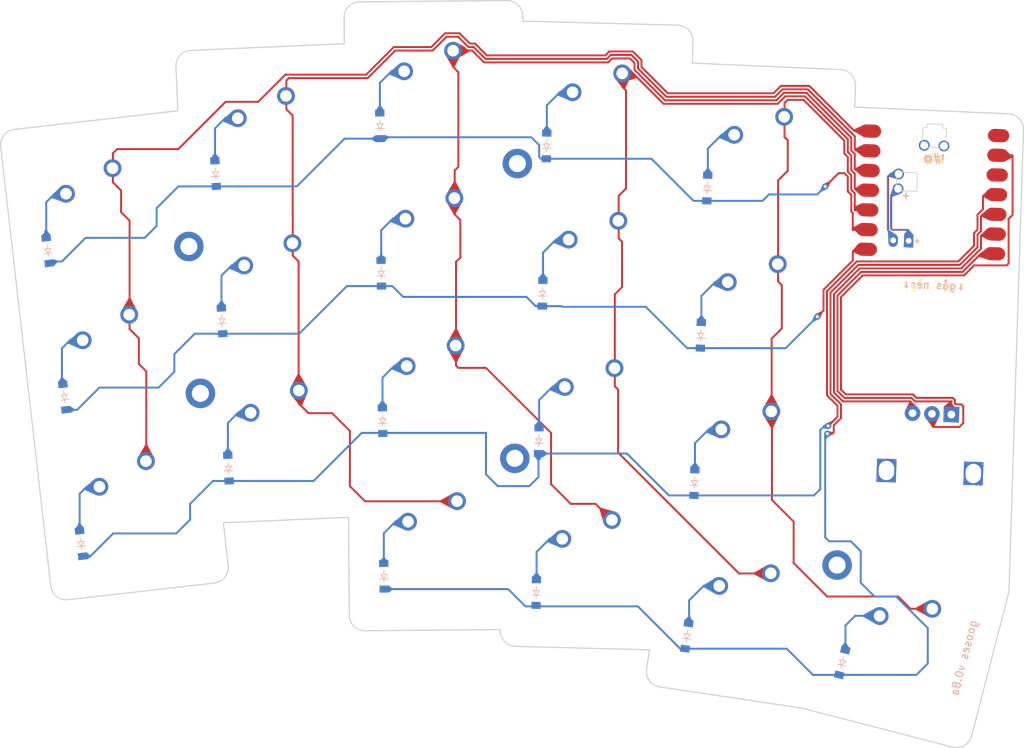
<source format=kicad_pcb>
(kicad_pcb (version 20221018) (generator pcbnew)
  (title_block (title "goose") (rev "v1.0.0") (company "Unknown"))
  (layers (0 "F.Cu" signal) (31 "B.Cu" signal) (34 "B.Paste" user) (35 "F.Paste" user) (36 "B.SilkS" user "B.Silkscreen") (37 "F.SilkS" user "F.Silkscreen") (38 "B.Mask" user) (39 "F.Mask" user) (44 "Edge.Cuts" user))
  (net 0 "")
  (net 1 "C0")
  (net 2 "C0_R2")
  (net 3 "C0_R1")
  (net 4 "C0_R0")
  (net 5 "C1")
  (net 6 "C1_R2")
  (net 7 "C1_R1")
  (net 8 "C1_R0")
  (net 9 "C2")
  (net 10 "C2_R2")
  (net 11 "C2_R1")
  (net 12 "C2_R0")
  (net 13 "C3")
  (net 14 "C3_R2")
  (net 15 "C3_R1")
  (net 16 "C3_R0")
  (net 17 "C4")
  (net 18 "C4_R2")
  (net 19 "C4_R1")
  (net 20 "C4_R0")
  (net 21 "C1_R3")
  (net 22 "C2_R3")
  (net 23 "C3_R3")
  (net 24 "C4_R3")
  (net 25 "R2")
  (net 26 "R1")
  (net 27 "R0")
  (net 28 "R3")
  (net 29 "P7")
  (net 30 "P8")
  (net 31 "RAW3V3")
  (net 32 "GND")
  (net 33 "RAW5V")
  (net 34 "BATP")
  (net 35 "BATN")
  (footprint "MX" (layer "F.Cu") (at 198.3561 136.9722 3)
    (fp_text reference "S3" hide)
    (fp_text value "" hide)
  )
  (footprint "mounting_hole" (layer "F.Cu") (at 270.7713 173.2437 -11)
    (fp_text reference "H5" hide)
    (fp_text value "")
  )
  (footprint "MX" (layer "F.Cu") (at 219.3725 170.1248 1)
    (fp_text reference "S17" hide)
    (fp_text value "" hide)
  )
  (footprint "MX" (layer "F.Cu") (at 260.4139 139.4452 -2)
    (fp_text reference "S8" hide)
    (fp_text value "" hide)
  )
  (footprint "MX" (layer "F.Cu") (at 179.8575 165.2015 7)
    (fp_text reference "S15" hide)
    (fp_text value "" hide)
  )
  (footprint "MX" (layer "F.Cu") (at 239.9703 133.9053 -1)
    (fp_text reference "S6" hide)
    (fp_text value "" hide)
  )
  (footprint "Seeeduino XIAO nRF52840" (layer "F.Cu") (at 283.056 125.2193 -2)
    (fp_text reference "_1" hide)
    (fp_text value "" hide)
    (fp_line (start -4.695 -1.972) (end -4.195 -1.972) (stroke (width 0.1)) (layer "Edge.Cuts"))
    (fp_line (start -4.695 -0.567) (end -4.695 -1.972) (stroke (width 0.1)) (layer "Edge.Cuts"))
    (fp_line (start -4.195 -2.472) (end -2.032 -2.472) (stroke (width 0.1)) (layer "Edge.Cuts"))
    (fp_line (start -4.195 -1.972) (end -4.195 -2.472) (stroke (width 0.1)) (layer "Edge.Cuts"))
    (fp_line (start -4.195 -0.567) (end -4.695 -0.567) (stroke (width 0.1)) (layer "Edge.Cuts"))
    (fp_line (start -4.195 -0.067) (end -4.195 -0.567) (stroke (width 0.1)) (layer "Edge.Cuts"))
    (fp_line (start -2.032 -2.472) (end -2.032 -0.067) (stroke (width 0.1)) (layer "Edge.Cuts"))
    (fp_line (start -2.032 -0.067) (end -4.195 -0.067) (stroke (width 0.1)) (layer "Edge.Cuts"))
    (fp_line (start -1.52 -8.322) (end -1.02 -8.322) (stroke (width 0.1)) (layer "Edge.Cuts"))
    (fp_line (start -1.52 -6.282) (end -1.52 -8.322) (stroke (width 0.1)) (layer "Edge.Cuts"))
    (fp_line (start -1.02 -8.822) (end 1.02 -8.822) (stroke (width 0.1)) (layer "Edge.Cuts"))
    (fp_line (start -1.02 -8.322) (end -1.02 -8.822) (stroke (width 0.1)) (layer "Edge.Cuts"))
    (fp_line (start -1.02 -6.282) (end -1.52 -6.282) (stroke (width 0.1)) (layer "Edge.Cuts"))
    (fp_line (start -1.02 -5.782) (end -1.02 -6.282) (stroke (width 0.1)) (layer "Edge.Cuts"))
    (fp_line (start 1.02 -8.822) (end 1.02 -8.322) (stroke (width 0.1)) (layer "Edge.Cuts"))
    (fp_line (start 1.02 -8.322) (end 1.52 -8.322) (stroke (width 0.1)) (layer "Edge.Cuts"))
    (fp_line (start 1.02 -6.282) (end 1.02 -5.782) (stroke (width 0.1)) (layer "Edge.Cuts"))
    (fp_line (start 1.02 -5.782) (end -1.02 -5.782) (stroke (width 0.1)) (layer "Edge.Cuts"))
    (fp_line (start 1.52 -8.322) (end 1.52 -6.282) (stroke (width 0.1)) (layer "Edge.Cuts"))
    (fp_line (start 1.52 -6.282) (end 1.02 -6.282) (stroke (width 0.1)) (layer "Edge.Cuts"))
  )
  (footprint "MX" (layer "F.Cu") (at 261.2426 120.4633 -2)
    (fp_text reference "S9" hide)
    (fp_text value "" hide)
  )
  (footprint "mounting_hole" (layer "F.Cu") (at 188.7763 151.1129 5)
    (fp_text reference "H3" hide)
    (fp_text value "")
  )
  (footprint "MX" (layer "F.Cu") (at 199.1849 155.9541 3)
    (fp_text reference "S11" hide)
    (fp_text value "" hide)
  )
  (footprint "MX" (layer "F.Cu") (at 259.5851 158.4271 -2)
    (fp_text reference "S14" hide)
    (fp_text value "" hide)
  )
  (footprint "mounting_hole" (layer "F.Cu") (at 229.596977 121.494108)
    (fp_text reference "H2" hide)
    (fp_text value "")
  )
  (footprint "mounting_hole" (layer "F.Cu") (at 229.265419 159.486874)
    (fp_text reference "H4" hide)
    (fp_text value "")
  )
  (footprint "MX" (layer "F.Cu") (at 239.1434 172.4698 -1)
    (fp_text reference "S16" hide)
    (fp_text value "" hide)
  )
  (footprint "Rotary_Encoder:RotaryEncoder_Alps_EC12E_Vertical_H20mm" (layer "F.Cu") (at 285.4853 153.8393 -92)
    (fp_text reference "ROT1" hide)
    (fp_text value "")
  )
  (footprint "MX" (layer "F.Cu") (at 175.5558 127.4458 7)
    (fp_text reference "S2" hide)
    (fp_text value "" hide)
  )
  (footprint "MX" (layer "F.Cu") (at 197.5274 117.9903 3)
    (fp_text reference "S4" hide)
    (fp_text value "" hide)
  )
  (footprint "MX" (layer "F.Cu") (at 219.1975 150.0756 1)
    (fp_text reference "S13" hide)
    (fp_text value "" hide)
  )
  (footprint "MX" (layer "F.Cu") (at 177.7066 146.3236 7)
    (fp_text reference "S10" hide)
    (fp_text value "" hide)
  )
  (footprint "MX" (layer "F.Cu") (at 219.0317 131.0763 1)
    (fp_text reference "S5" hide)
    (fp_text value "" hide)
  )
  (footprint "MX" (layer "F.Cu") (at 259.0124 178.9735 -8)
    (fp_text reference "S18" hide)
    (fp_text value "" hide)
  )
  (footprint "MX" (layer "F.Cu") (at 218.8659 112.077 1)
    (fp_text reference "S1" hide)
    (fp_text value "" hide)
  )
  (footprint "mounting_hole" (layer "F.Cu") (at 187.2865 132.183 5)
    (fp_text reference "H1" hide)
    (fp_text value "")
  )
  (footprint "MX" (layer "F.Cu") (at 279.3402 183.1926 -14)
    (fp_text reference "S19" hide)
    (fp_text value "" hide)
  )
  (footprint "MX" (layer "F.Cu") (at 240.4677 114.9118 -1)
    (fp_text reference "S7" hide)
    (fp_text value "" hide)
  )
  (footprint "MX" (layer "F.Cu") (at 239.4729 152.8988 -1)
    (fp_text reference "S12" hide)
    (fp_text value "" hide)
  )
  (footprint "BatteryPad" (layer "B.Cu") (at 278.992274 131.4221 178)
    (fp_text reference "BAT1" hide)
    (fp_text value "" hide)
  )
  (footprint "Diode_SMD:D_SOD-123" (layer "B.Cu") (at 212.0713 135.6372 91)
    (fp_text reference "Di5" hide)
    (fp_text value "" hide)
  )
  (footprint "Diode_SMD:D_SOD-123" (layer "B.Cu") (at 171.261 151.5871 97)
    (fp_text reference "Di14" hide)
    (fp_text value "" hide)
  )
  (footprint "Diode_SMD:D_SOD-123" (layer "B.Cu") (at 232.028 176.7851 89)
    (fp_text reference "Di17" hide)
    (fp_text value "" hide)
  )
  (footprint "Diode_SMD:D_SOD-123" (layer "B.Cu") (at 271.4365 185.7966 76)
    (fp_text reference "Di15" hide)
    (fp_text value "" hide)
  )
  (footprint "Diode_SMD:D_SOD-123" (layer "B.Cu") (at 212.2371 154.6365 91)
    (fp_text reference "Di12" hide)
    (fp_text value "" hide)
  )
  (footprint "Diode_SMD:D_SOD-123" (layer "B.Cu") (at 169.1102 132.7093 97)
    (fp_text reference "Di7" hide)
    (fp_text value "" hide)
  )
  (footprint "Diode_SMD:D_SOD-123" (layer "B.Cu") (at 191.5591 141.7733 93)
    (fp_text reference "Di11" hide)
    (fp_text value "" hide)
  )
  (footprint "Diode_SMD:D_SOD-123" (layer "B.Cu") (at 212.412 174.6857 91)
    (fp_text reference "Di18" hide)
    (fp_text value "" hide)
  )
  (footprint "Diode_SMD:D_SOD-123" (layer "B.Cu") (at 251.4242 182.3894 82)
    (fp_text reference "Di16" hide)
    (fp_text value "" hide)
  )
  (footprint "Diode_SMD:D_SOD-123" (layer "B.Cu") (at 192.3878 160.7552 93)
    (fp_text reference "Di13" hide)
    (fp_text value "" hide)
  )
  (footprint "Diode_SMD:D_SOD-123" (layer "B.Cu") (at 211.9055 116.638 91)
    (fp_text reference "Di6" hide)
    (fp_text value "" hide)
  )
  (footprint "Diode_SMD:D_SOD-123" (layer "B.Cu") (at 233.3523 119.227 89)
    (fp_text reference "Di3" hide)
    (fp_text value "" hide)
  )
  (footprint "Diode_SMD:D_SOD-123" (layer "B.Cu") (at 232.8549 138.2205 89)
    (fp_text reference "Di2" hide)
    (fp_text value "" hide)
  )
  (footprint "Diode_SMD:D_SOD-123" (layer "B.Cu") (at 190.7303 122.7913 93)
    (fp_text reference "Di4" hide)
    (fp_text value "" hide)
  )
  (footprint "Diode_SMD:D_SOD-123" (layer "B.Cu") (at 254.053 124.6537 88)
    (fp_text reference "Di1" hide)
    (fp_text value "" hide)
  )
  (footprint "Diode_SMD:D_SOD-123" (layer "B.Cu") (at 173.4119 170.465 97)
    (fp_text reference "Di19" hide)
    (fp_text value "" hide)
  )
  (footprint "Diode_SMD:D_SOD-123" (layer "B.Cu") (at 232.3575 157.214 89)
    (fp_text reference "Di10" hide)
    (fp_text value "" hide)
  )
  (footprint "Diode_SMD:D_SOD-123" (layer "B.Cu") (at 252.3955 162.6175 88)
    (fp_text reference "Di8" hide)
    (fp_text value "" hide)
  )
  (footprint "Diode_SMD:D_SOD-123" (layer "B.Cu") (at 253.2243 143.6356 88)
    (fp_text reference "Di9" hide)
    (fp_text value "" hide)
  )
  (gr_arc (start 292.857241 115.087195) (mid 294.236167 115.725012) (end 294.769025 117.147795) (stroke (width 0.15)) (layer "Edge.Cuts"))
  (gr_arc (start 163.054261 119.308668) (mid 163.476188 117.837232) (end 164.814998 117.095117) (stroke (width 0.15)) (layer "Edge.Cuts"))
  (gr_line (start 252.138064 108.554832) (end 271.235229 109.388632) (stroke (width 0.15)) (layer "Edge.Cuts"))
  (gr_line (start 228.265202 100.494574) (end 209.265925 100.660378) (stroke (width 0.15)) (layer "Edge.Cuts"))
  (gr_arc (start 207.283454 102.677755) (mid 207.856877 101.258483) (end 209.265925 100.660378) (stroke (width 0.15)) (layer "Edge.Cuts"))
  (gr_line (start 187.53478 106.915622) (end 207.312902 106.052091) (stroke (width 0.15)) (layer "Edge.Cuts"))
  (gr_line (start 192.358997 173.338589) (end 191.726895 167.790704) (stroke (width 0.15)) (layer "Edge.Cuts"))
  (gr_line (start 267.263425 191.947699) (end 285.65823 196.704919) (stroke (width 0.15)) (layer "Edge.Cuts"))
  (gr_arc (start 228.265202 100.494574) (mid 229.684474 101.067997) (end 230.282579 102.477045) (stroke (width 0.15)) (layer "Edge.Cuts"))
  (gr_line (start 191.726895 167.790704) (end 207.845545 167.086949) (stroke (width 0.15)) (layer "Edge.Cuts"))
  (gr_arc (start 192.358997 173.338589) (mid 191.937069 174.810025) (end 190.598259 175.552139) (stroke (width 0.15)) (layer "Edge.Cuts"))
  (gr_line (start 247.916989 188.943014) (end 266.708291 191.751393) (stroke (width 0.15)) (layer "Edge.Cuts"))
  (gr_arc (start 247.916989 188.943015) (mid 246.604894 188.154629) (end 246.234576 186.669364) (stroke (width 0.15)) (layer "Edge.Cuts"))
  (gr_line (start 207.845545 167.086949) (end 207.955834 179.724821) (stroke (width 0.15)) (layer "Edge.Cuts"))
  (gr_arc (start 171.720395 177.703) (mid 170.248959 177.281073) (end 169.506844 175.942263) (stroke (width 0.15)) (layer "Edge.Cuts"))
  (gr_line (start 288.095285 195.269384) (end 292.852505 176.874578) (stroke (width 0.15)) (layer "Edge.Cuts"))
  (gr_line (start 166.280553 147.625465) (end 166.223951 147.128679) (stroke (width 0.15)) (layer "Edge.Cuts"))
  (gr_line (start 166.337154 148.12225) (end 166.280552 147.625464) (stroke (width 0.15)) (layer "Edge.Cuts"))
  (gr_line (start 230.288375 103.14129) (end 230.282579 102.477045) (stroke (width 0.15)) (layer "Edge.Cuts"))
  (gr_arc (start 292.915233 176.436322) (mid 292.896033 176.657191) (end 292.852505 176.874578) (stroke (width 0.15)) (layer "Edge.Cuts"))
  (gr_line (start 166.337154 148.122251) (end 169.506844 175.942263) (stroke (width 0.15)) (layer "Edge.Cuts"))
  (gr_line (start 230.288375 103.14129) (end 250.265439 103.664408) (stroke (width 0.15)) (layer "Edge.Cuts"))
  (gr_line (start 209.973211 181.707292) (end 227.401555 181.555197) (stroke (width 0.15)) (layer "Edge.Cuts"))
  (gr_line (start 207.283454 102.677755) (end 207.312902 106.052091) (stroke (width 0.15)) (layer "Edge.Cuts"))
  (gr_arc (start 267.263425 191.947699) (mid 267.02512 191.869839) (end 266.798427 191.762778) (stroke (width 0.15)) (layer "Edge.Cuts"))
  (gr_line (start 229.345627 183.717214) (end 246.608221 184.169251) (stroke (width 0.15)) (layer "Edge.Cuts"))
  (gr_line (start 227.401555 181.555197) (end 227.398682 181.664913) (stroke (width 0.15)) (layer "Edge.Cuts"))
  (gr_line (start 273.026134 114.22135) (end 292.857241 115.087194) (stroke (width 0.15)) (layer "Edge.Cuts"))
  (gr_arc (start 288.095285 195.269384) (mid 287.174067 196.491882) (end 285.65823 196.704919) (stroke (width 0.15)) (layer "Edge.Cuts"))
  (gr_arc (start 250.265439 103.664408) (mid 251.663834 104.287014) (end 252.2124 105.716077) (stroke (width 0.15)) (layer "Edge.Cuts"))
  (gr_line (start 185.623922 109.000958) (end 185.872569 114.69591) (stroke (width 0.15)) (layer "Edge.Cuts"))
  (gr_line (start 294.769025 117.147795) (end 292.915233 176.436322) (stroke (width 0.15)) (layer "Edge.Cuts"))
  (gr_line (start 164.814998 117.095117) (end 185.872569 114.69591) (stroke (width 0.15)) (layer "Edge.Cuts"))
  (gr_arc (start 271.235229 109.388631) (mid 272.622545 110.035547) (end 273.146087 111.473967) (stroke (width 0.15)) (layer "Edge.Cuts"))
  (gr_line (start 273.026134 114.22135) (end 273.146087 111.473967) (stroke (width 0.15)) (layer "Edge.Cuts"))
  (gr_arc (start 209.973211 181.707292) (mid 208.553939 181.133869) (end 207.955834 179.724821) (stroke (width 0.15)) (layer "Edge.Cuts"))
  (gr_line (start 163.054261 119.308667) (end 166.223951 147.128679) (stroke (width 0.15)) (layer "Edge.Cuts"))
  (gr_line (start 252.138064 108.554832) (end 252.2124 105.716077) (stroke (width 0.15)) (layer "Edge.Cuts"))
  (gr_arc (start 185.623921 109.000957) (mid 186.147463 107.562538) (end 187.53478 106.915622) (stroke (width 0.15)) (layer "Edge.Cuts"))
  (gr_arc (start 266.798427 191.762777) (mid 266.753294 191.757597) (end 266.708291 191.751393) (stroke (width 0.15)) (layer "Edge.Cuts"))
  (gr_line (start 171.720394 177.703) (end 190.598259 175.552139) (stroke (width 0.15)) (layer "Edge.Cuts"))
  (gr_line (start 246.608221 184.169251) (end 246.234576 186.669364) (stroke (width 0.15)) (layer "Edge.Cuts"))
  (gr_arc (start 229.345627 183.717214) (mid 227.947232 183.094608) (end 227.398666 181.665545) (stroke (width 0.15)) (layer "Edge.Cuts"))
  (gr_text "gooses v0.8a" (at 287.085379 185.195651 75.5) (layer "B.SilkS") (effects (font (size 1 1)) (justify mirror)))
  (gr_text "+" (at 279.637382 125.57053 -2.5) (layer "B.SilkS") (effects (font (size 1 1)) (justify mirror)))
  (gr_text "↓gås ner↓" (at 283.21 137.16 358) (layer "B.SilkS") (effects (font (size 1 1)) (justify mirror)))
  (gr_text "!#@" (at 283.247881 120.8235 -2.5) (layer "B.SilkS") (effects (font (size 1 1)) (justify mirror)))
  (gr_text "+" (at 279.637382 125.57053 -2.5) (layer "F.SilkS") (effects (font (size 1 1))))
  (gr_text "!#@" (at 283.247881 120.8235 -2.5) (layer "F.SilkS") (effects (font (size 1 1))))
  (gr_text "↑gås upp↑" (at 283.21 137.16 358) (layer "F.SilkS") (effects (font (size 1 1))))
  (segment (start 178.562 127.762) (end 179.655 128.855) (width 0.25) (layer "F.Cu") (net 1))
  (segment (start 267.191584 111.484) (end 263.542812 111.484) (width 0.25) (layer "F.Cu") (net 1))
  (segment (start 180.848 147.32) (end 181.806 148.278) (width 0.25) (layer "F.Cu") (net 1))
  (segment (start 218.507604 106.484) (end 213.681604 106.484) (width 0.25) (layer "F.Cu") (net 1))
  (segment (start 223.481396 106.034) (end 222.153396 104.706) (width 0.25) (layer "F.Cu") (net 1))
  (segment (start 262.584812 112.442) (end 248.971188 112.442) (width 0.25) (layer "F.Cu") (net 1))
  (segment (start 185.928 119.634) (end 178.054 119.634) (width 0.25) (layer "F.Cu") (net 1))
  (segment (start 263.542812 111.484) (end 262.584812 112.442) (width 0.25) (layer "F.Cu") (net 1))
  (segment (start 192.024 113.538) (end 185.928 119.634) (width 0.25) (layer "F.Cu") (net 1))
  (segment (start 241.435208 107.05) (end 240.927208 107.558) (width 0.25) (layer "F.Cu") (net 1))
  (segment (start 179.655 139.827) (end 179.655 142.825) (width 0.25) (layer "F.Cu") (net 1))
  (segment (start 179.655 128.855) (end 179.655 139.827) (width 0.25) (layer "F.Cu") (net 1))
  (segment (start 179.655 142.825) (end 180.848 144.018) (width 0.25) (layer "F.Cu") (net 1))
  (segment (start 244.466792 107.05) (end 241.435208 107.05) (width 0.25) (layer "F.Cu") (net 1))
  (segment (start 225.670792 107.558) (end 224.146792 106.034) (width 0.25) (layer "F.Cu") (net 1))
  (segment (start 272.948 117.246) (end 270.59 114.888) (width 0.25) (layer "F.Cu") (net 1))
  (segment (start 179.6086 139.8734) (end 179.6086 140.9719) (width 0.25) (layer "F.Cu") (net 1))
  (segment (start 245.583296 109.054108) (end 245.583296 108.166504) (width 0.25) (layer "F.Cu") (net 1))
  (segment (start 178.054 119.634) (end 177.504 120.184) (width 0.25) (layer "F.Cu") (net 1))
  (segment (start 275.141 117.246) (end 272.948 117.246) (width 0.25) (layer "F.Cu") (net 1))
  (segment (start 199.713 110.04) (end 196.215 113.538) (width 0.25) (layer "F.Cu") (net 1))
  (segment (start 270.59 114.882416) (end 267.191584 111.484) (width 0.25) (layer "F.Cu") (net 1))
  (segment (start 177.504 123.91) (end 178.562 124.968) (width 0.25) (layer "F.Cu") (net 1))
  (segment (start 224.146792 106.034) (end 223.481396 106.034) (width 0.25) (layer "F.Cu") (net 1))
  (segment (start 178.562 124.968) (end 178.562 127.762) (width 0.25) (layer "F.Cu") (net 1))
  (segment (start 222.153396 104.706) (end 220.285604 104.706) (width 0.25) (layer "F.Cu") (net 1))
  (segment (start 180.848 144.018) (end 180.848 147.32) (width 0.25) (layer "F.Cu") (net 1))
  (segment (start 196.215 113.538) (end 192.024 113.538) (width 0.25) (layer "F.Cu") (net 1))
  (segment (start 177.504 120.184) (end 177.504 123.91) (width 0.25) (layer "F.Cu") (net 1))
  (segment (start 179.655 139.827) (end 179.6086 139.8734) (width 0.25) (layer "F.Cu") (net 1))
  (segment (start 240.927208 107.558) (end 225.670792 107.558) (width 0.25) (layer "F.Cu") (net 1))
  (segment (start 181.806 148.278) (end 181.806 159.8033) (width 0.25) (layer "F.Cu") (net 1))
  (segment (start 245.583296 108.166504) (end 244.466792 107.05) (width 0.25) (layer "F.Cu") (net 1))
  (segment (start 213.681604 106.484) (end 210.125604 110.04) (width 0.25) (layer "F.Cu") (net 1))
  (segment (start 220.285604 104.706) (end 218.507604 106.484) (width 0.25) (layer "F.Cu") (net 1))
  (segment (start 248.971188 112.442) (end 245.583296 109.054108) (width 0.25) (layer "F.Cu") (net 1))
  (segment (start 210.125604 110.04) (end 199.713 110.04) (width 0.25) (layer "F.Cu") (net 1))
  (segment (start 270.59 114.888) (end 270.59 114.882416) (width 0.25) (layer "F.Cu") (net 1))
  (segment (start 173.225 164.052) (end 173.225 167.902) (width 0.25) (layer "B.Cu") (net 2))
  (segment (start 173.225 167.902) (end 173.225 168.8257) (width 0.25) (layer "B.Cu") (net 2))
  (segment (start 173.178 167.949) (end 173.225 167.902) (width 0.25) (layer "B.Cu") (net 2))
  (segment (start 174.168 163.109) (end 173.225 164.052) (width 0.25) (layer "B.Cu") (net 2))
  (segment (start 175.7664 163.109) (end 174.168 163.109) (width 0.25) (layer "B.Cu") (net 2))
  (segment (start 173.125 167.949) (end 173.178 167.949) (width 0.25) (layer "B.Cu") (net 2))
  (segment (start 173.225 168.826) (end 173.125 167.949) (width 0.25) (layer "B.Cu") (net 2))
  (segment (start 173.5796 144.231) (end 172.017 144.231) (width 0.25) (layer "B.Cu") (net 3))
  (segment (start 172.017 144.231) (end 170.942 145.306) (width 0.25) (layer "B.Cu") (net 3))
  (segment (start 170.942 145.306) (end 170.942 149.815) (width 0.25) (layer "B.Cu") (net 3))
  (segment (start 168.9091 131.0716) (end 168.8005 130.1874) (width 0.25) (layer "B.Cu") (net 4))
  (segment (start 168.923 126.479) (end 168.923 130.1679) (width 0.25) (layer "B.Cu") (net 4))
  (segment (start 171.4286 125.353) (end 170.049 125.353) (width 0.25) (layer "B.Cu") (net 4))
  (segment (start 168.9035 130.1874) (end 168.8005 130.1874) (width 0.25) (layer "B.Cu") (net 4))
  (segment (start 168.923 130.1679) (end 168.9035 130.1874) (width 0.25) (layer "B.Cu") (net 4))
  (segment (start 170.049 125.353) (end 168.923 126.479) (width 0.25) (layer "B.Cu") (net 4))
  (segment (start 168.923 130.1679) (end 168.923 131.07) (width 0.25) (layer "B.Cu") (net 4))
  (segment (start 201.422 150.1715) (end 201.422 134.112) (width 0.25) (layer "F.Cu") (net 5))
  (segment (start 200.152 110.49) (end 210.312 110.49) (width 0.25) (layer "F.Cu") (net 5))
  (segment (start 241.621604 107.5) (end 244.280396 107.5) (width 0.25) (layer "F.Cu") (net 5))
  (segment (start 210.312 110.49) (end 213.868 106.934) (width 0.25) (layer "F.Cu") (net 5))
  (segment (start 218.694 106.934) (end 220.472 105.156) (width 0.25) (layer "F.Cu") (net 5))
  (segment (start 205.74 153.67) (end 208.026 155.956) (width 0.25) (layer "F.Cu") (net 5))
  (segment (start 223.960396 106.484) (end 225.484396 108.008) (width 0.25) (layer "F.Cu") (net 5))
  (segment (start 244.280396 107.5) (end 245.133296 108.3529) (width 0.25) (layer "F.Cu") (net 5))
  (segment (start 209.981 165.023) (end 221.8235 165.023) (width 0.25) (layer "F.Cu") (net 5))
  (segment (start 208.026 155.956) (end 208.026 163.068) (width 0.25) (layer "F.Cu") (net 5))
  (segment (start 241.113604 108.008) (end 241.621604 107.5) (width 0.25) (layer "F.Cu") (net 5))
  (segment (start 273.228 119.812) (end 275.3615 119.812) (width 0.25) (layer "F.Cu") (net 5))
  (segment (start 201.422 134.112) (end 200.672 133.362) (width 0.25) (layer "F.Cu") (net 5))
  (segment (start 225.484396 108.008) (end 241.113604 108.008) (width 0.25) (layer "F.Cu") (net 5))
  (segment (start 248.784792 112.892) (end 262.771208 112.892) (width 0.25) (layer "F.Cu") (net 5))
  (segment (start 199.843 114.499) (end 199.843 110.799) (width 0.25) (layer "F.Cu") (net 5))
  (segment (start 199.843 110.799) (end 200.152 110.49) (width 0.25) (layer "F.Cu") (net 5))
  (segment (start 223.295 106.484) (end 223.960396 106.484) (width 0.25) (layer "F.Cu") (net 5))
  (segment (start 270.14 115.074396) (end 273.05 117.984396) (width 0.25) (layer "F.Cu") (net 5))
  (segment (start 200.66 128.016) (end 200.66 115.316) (width 0.25) (layer "F.Cu") (net 5))
  (segment (start 201.501 150.2505) (end 201.501 152.479) (width 0.25) (layer "F.Cu") (net 5))
  (segment (start 202.692 153.67) (end 205.74 153.67) (width 0.25) (layer "F.Cu") (net 5))
  (segment (start 263.729208 111.934) (end 267.005188 111.934) (width 0.25) (layer "F.Cu") (net 5))
  (segment (start 200.672 128.028) (end 200.66 128.016) (width 0.25) (layer "F.Cu") (net 5))
  (segment (start 267.005188 111.934) (end 270.14 115.068812) (width 0.25) (layer "F.Cu") (net 5))
  (segment (start 213.868 106.934) (end 218.694 106.934) (width 0.25) (layer "F.Cu") (net 5))
  (segment (start 245.133296 108.3529) (end 245.133296 109.240504) (width 0.25) (layer "F.Cu") (net 5))
  (segment (start 200.672 133.362) (end 200.672 128.028) (width 0.25) (layer "F.Cu") (net 5))
  (segment (start 262.771208 112.892) (end 263.729208 111.934) (width 0.25) (layer "F.Cu") (net 5))
  (segment (start 221.967 105.156) (end 223.295 106.484) (width 0.25) (layer "F.Cu") (net 5))
  (segment (start 245.133296 109.240504) (end 248.784792 112.892) (width 0.25) (layer "F.Cu") (net 5))
  (segment (start 208.026 163.068) (end 209.981 165.023) (width 0.25) (layer "F.Cu") (net 5))
  (segment (start 200.66 115.316) (end 199.843 114.499) (width 0.25) (layer "F.Cu") (net 5))
  (segment (start 273.05 117.984396) (end 273.05 119.634) (width 0.25) (layer "F.Cu") (net 5))
  (segment (start 201.501 152.479) (end 202.692 153.67) (width 0.25) (layer "F.Cu") (net 5))
  (segment (start 220.472 105.156) (end 221.967 105.156) (width 0.25) (layer "F.Cu") (net 5))
  (segment (start 270.14 115.068812) (end 270.14 115.074396) (width 0.25) (layer "F.Cu") (net 5))
  (segment (start 273.05 119.634) (end 273.228 119.812) (width 0.25) (layer "F.Cu") (net 5))
  (segment (start 192.2969 158.2831) (end 192.2582 158.2831) (width 0.25) (layer "B.Cu") (net 6))
  (segment (start 195.2132 153.583) (end 193.651 153.583) (width 0.25) (layer "B.Cu") (net 6))
  (segment (start 193.651 153.583) (end 192.316 154.918) (width 0.25) (layer "B.Cu") (net 6))
  (segment (start 192.3014 159.1075) (end 192.2582 158.2831) (width 0.25) (layer "B.Cu") (net 6))
  (segment (start 192.316 158.264) (end 192.316 159.107) (width 0.25) (layer "B.Cu") (net 6))
  (segment (start 192.316 158.264) (end 192.2969 158.2831) (width 0.25) (layer "B.Cu") (net 6))
  (segment (start 192.316 154.918) (end 192.316 158.264) (width 0.25) (layer "B.Cu") (net 6))
  (segment (start 191.4695 139.7165) (end 191.4727 139.7197) (width 0.25) (layer "B.Cu") (net 7))
  (segment (start 191.4727 139.7197) (end 191.4727 140.1256) (width 0.25) (layer "B.Cu") (net 7))
  (segment (start 191.4695 139.7165) (end 191.487 140.125) (width 0.25) (layer "B.Cu") (net 7))
  (segment (start 194.3843 134.601) (end 192.823 134.601) (width 0.25) (layer "B.Cu") (net 7))
  (segment (start 192.823 134.601) (end 191.487 135.936) (width 0.25) (layer "B.Cu") (net 7))
  (segment (start 191.487 135.936) (end 191.487 139.273) (width 0.25) (layer "B.Cu") (net 7))
  (segment (start 191.487 139.273) (end 191.452 139.308) (width 0.25) (layer "B.Cu") (net 7))
  (segment (start 191.452 139.308) (end 191.4695 139.7165) (width 0.25) (layer "B.Cu") (net 7))
  (segment (start 191.487 140.125) (end 191.487 139.273) (width 0.25) (layer "B.Cu") (net 7))
  (segment (start 190.658 116.954) (end 190.658 120.3001) (width 0.25) (layer "B.Cu") (net 8))
  (segment (start 190.658 120.3001) (end 190.6389 120.3192) (width 0.25) (layer "B.Cu") (net 8))
  (segment (start 190.6439 121.1436) (end 190.6007 120.3192) (width 0.25) (layer "B.Cu") (net 8))
  (segment (start 191.994 115.619) (end 190.658 116.954) (width 0.25) (layer "B.Cu") (net 8))
  (segment (start 193.5555 115.619) (end 191.994 115.619) (width 0.25) (layer "B.Cu") (net 8))
  (segment (start 190.658 120.3001) (end 190.658 121.143) (width 0.25) (layer "B.Cu") (net 8))
  (segment (start 190.6389 120.3192) (end 190.6007 120.3192) (width 0.25) (layer "B.Cu") (net 8))
  (segment (start 221.693 144.75) (end 221.693 147.525) (width 0.25) (layer "F.Cu") (net 9))
  (segment (start 221.527 128.055) (end 222.25 128.778) (width 0.25) (layer "F.Cu") (net 9))
  (segment (start 273.05 120.270396) (end 272.6 119.820396) (width 0.25) (layer "F.Cu") (net 9))
  (segment (start 221.361 106.975) (end 221.361 109.093) (width 0.25) (layer "F.Cu") (net 9))
  (segment (start 244.094 107.95) (end 241.808 107.95) (width 0.25) (layer "F.Cu") (net 9))
  (segment (start 273.198 122.322) (end 273.05 122.174) (width 0.25) (layer "F.Cu") (net 9))
  (segment (start 221.693 147.525) (end 221.996 147.828) (width 0.25) (layer "F.Cu") (net 9))
  (segment (start 221.527 122.389) (end 221.527 125.095) (width 0.25) (layer "F.Cu") (net 9))
  (segment (start 269.69 115.255208) (end 266.818792 112.384) (width 0.25) (layer "F.Cu") (net 9))
  (segment (start 233.934 162.814) (end 236.474 165.354) (width 0.25) (layer "F.Cu") (net 9))
  (segment (start 272.6 119.820396) (end 272.6 118.170792) (width 0.25) (layer "F.Cu") (net 9))
  (segment (start 239.6677 165.354) (end 241.7717 167.458) (width 0.25) (layer "F.Cu") (net 9))
  (segment (start 223.774 106.934) (end 221.402 106.934) (width 0.25) (layer "F.Cu") (net 9))
  (segment (start 225.552 147.828) (end 233.934 156.21) (width 0.25) (layer "F.Cu") (net 9))
  (segment (start 236.474 165.354) (end 239.6677 165.354) (width 0.25) (layer "F.Cu") (net 9))
  (segment (start 221.527 125.095) (end 221.527 128.055) (width 0.25) (layer "F.Cu") (net 9))
  (segment (start 221.693 134.161) (end 221.693 144.75) (width 0.25) (layer "F.Cu") (net 9))
  (segment (start 269.69 115.260792) (end 269.69 115.255208) (width 0.25) (layer "F.Cu") (net 9))
  (segment (start 248.598396 113.342) (end 244.683296 109.4269) (width 0.25) (layer "F.Cu") (net 9))
  (segment (start 244.683296 109.4269) (end 244.683296 108.539296) (width 0.25) (layer "F.Cu") (net 9))
  (segment (start 241.3 108.458) (end 225.298 108.458) (width 0.25) (layer "F.Cu") (net 9))
  (segment (start 272.6 118.170792) (end 269.69 115.260792) (width 0.25) (layer "F.Cu") (net 9))
  (segment (start 263.915604 112.384) (end 262.957604 113.342) (width 0.25) (layer "F.Cu") (net 9))
  (segment (start 273.05 122.174) (end 273.05 120.270396) (width 0.25) (layer "F.Cu") (net 9))
  (segment (start 266.818792 112.384) (end 263.915604 112.384) (width 0.25) (layer "F.Cu") (net 9))
  (segment (start 233.934 156.21) (end 233.934 162.814) (width 0.25) (layer "F.Cu") (net 9))
  (segment (start 221.996 121.92) (end 221.527 122.389) (width 0.25) (layer "F.Cu") (net 9))
  (segment (start 221.361 109.093) (end 221.996 109.728) (width 0.25) (layer "F.Cu") (net 9))
  (segment (start 221.996 109.728) (end 221.996 121.92) (width 0.25) (layer "F.Cu") (net 9))
  (segment (start 241.808 107.95) (end 241.3 108.458) (width 0.25) (layer "F.Cu") (net 9))
  (segment (start 262.957604 113.342) (end 248.598396 113.342) (width 0.25) (layer "F.Cu") (net 9))
  (segment (start 244.683296 108.539296) (end 244.094 107.95) (width 0.25) (layer "F.Cu") (net 9))
  (segment (start 222.25 128.778) (end 222.25 133.604) (width 0.25) (layer "F.Cu") (net 9))
  (segment (start 222.25 133.604) (end 221.693 134.161) (width 0.25) (layer "F.Cu") (net 9))
  (segment (start 274.8239 122.322) (end 273.198 122.322) (width 0.25) (layer "F.Cu") (net 9))
  (segment (start 221.996 147.828) (end 225.552 147.828) (width 0.25) (layer "F.Cu") (net 9))
  (segment (start 225.298 108.458) (end 223.774 106.934) (width 0.25) (layer "F.Cu") (net 9))
  (segment (start 212.2083 152.9868) (end 212.1944 152.1936) (width 0.25) (layer "B.Cu") (net 10))
  (segment (start 212.2055 152.1936) (end 212.1944 152.1936) (width 0.25) (layer "B.Cu") (net 10))
  (segment (start 212.223 152.1761) (end 212.223 152.987) (width 0.25) (layer "B.Cu") (net 10))
  (segment (start 212.223 152.1761) (end 212.2055 152.1936) (width 0.25) (layer "B.Cu") (net 10))
  (segment (start 212.223 149.095) (end 212.223 152.1761) (width 0.25) (layer "B.Cu") (net 10))
  (segment (start 213.749 147.569) (end 212.223 149.095) (width 0.25) (layer "B.Cu") (net 10))
  (segment (start 215.3103 147.569) (end 213.749 147.569) (width 0.25) (layer "B.Cu") (net 10))
  (segment (start 212.057 133.591) (end 212.057 133.987) (width 0.25) (layer "B.Cu") (net 11))
  (segment (start 212.057 133.987) (end 212.05 133.202) (width 0.25) (layer "B.Cu") (net 11))
  (segment (start 212.057 133.591) (end 212.0425 133.6055) (width 0.25) (layer "B.Cu") (net 11))
  (segment (start 212.057 133.195) (end 212.057 133.591) (width 0.25) (layer "B.Cu") (net 11))
  (segment (start 212.057 130.096) (end 212.057 133.154) (width 0.25) (layer "B.Cu") (net 11))
  (segment (start 212.0425 133.6055) (end 212.0425 133.9875) (width 0.25) (layer "B.Cu") (net 11))
  (segment (start 212.057 133.154) (end 212.057 133.195) (width 0.25) (layer "B.Cu") (net 11))
  (segment (start 213.583 128.57) (end 212.057 130.096) (width 0.25) (layer "B.Cu") (net 11))
  (segment (start 212.05 133.202) (end 212.057 133.195) (width 0.25) (layer "B.Cu") (net 11))
  (segment (start 215.1448 128.57) (end 213.583 128.57) (width 0.25) (layer "B.Cu") (net 11))
  (segment (start 211.8875 114.5955) (end 211.891 114.988) (width 0.25) (layer "B.Cu") (net 12))
  (segment (start 211.884 114.203) (end 211.8875 114.5955) (width 0.25) (layer "B.Cu") (net 12))
  (segment (start 211.8767 114.6063) (end 211.8767 114.9883) (width 0.25) (layer "B.Cu") (net 12))
  (segment (start 211.8875 114.5955) (end 211.8767 114.6063) (width 0.25) (layer "B.Cu") (net 12))
  (segment (start 211.891 114.196) (end 211.884 114.203) (width 0.25) (layer "B.Cu") (net 12))
  (segment (start 211.891 114.988) (end 211.891 114.196) (width 0.25) (layer "B.Cu") (net 12))
  (segment (start 214.9783 109.57) (end 213.417 109.57) (width 0.25) (layer "B.Cu") (net 12))
  (segment (start 213.417 109.57) (end 211.891 111.097) (width 0.25) (layer "B.Cu") (net 12))
  (segment (start 211.891 111.097) (end 211.891 114.196) (width 0.25) (layer "B.Cu") (net 12))
  (segment (start 263.144 113.792) (end 248.412 113.792) (width 0.25) (layer "F.Cu") (net 13))
  (segment (start 242.57 158.75) (end 258.145 174.325) (width 0.25) (layer "F.Cu") (net 13))
  (segment (start 243.078 137.414) (end 242.145 138.347) (width 0.25) (layer "F.Cu") (net 13))
  (segment (start 243.078 131.572) (end 243.078 137.414) (width 0.25) (layer "F.Cu") (net 13))
  (segment (start 244.4969 109.8769) (end 243.14 109.8769) (width 0.25) (layer "F.Cu") (net 13))
  (segment (start 273.195 124.859) (end 273.05 124.714) (width 0.25) (layer "F.Cu") (net 13))
  (segment (start 242.642 125.658) (end 242.642 131.136) (width 0.25) (layer "F.Cu") (net 13))
  (segment (start 264.102 112.834) (end 263.144 113.792) (width 0.25) (layer "F.Cu") (net 13))
  (segment (start 243.14 109.8769) (end 243.14 111.63) (width 0.25) (layer "F.Cu") (net 13))
  (segment (start 272.6 120.456792) (end 272.15 120.006792) (width 0.25) (layer "F.Cu") (net 13))
  (segment (start 243.586 124.714) (end 242.642 125.658) (width 0.25) (layer "F.Cu") (net 13))
  (segment (start 248.412 113.792) (end 244.4969 109.8769) (width 0.25) (layer "F.Cu") (net 13))
  (segment (start 269.24 115.447188) (end 269.24 115.441604) (width 0.25) (layer "F.Cu") (net 13))
  (segment (start 266.632396 112.834) (end 264.102 112.834) (width 0.25) (layer "F.Cu") (net 13))
  (segment (start 272.15 118.357188) (end 269.24 115.447188) (width 0.25) (layer "F.Cu") (net 13))
  (segment (start 273.05 124.714) (end 273.05 122.810396) (width 0.25) (layer "F.Cu") (net 13))
  (segment (start 272.6 122.360396) (end 272.6 120.456792) (width 0.25) (layer "F.Cu") (net 13))
  (segment (start 243.586 112.076) (end 243.586 124.714) (width 0.25) (layer "F.Cu") (net 13))
  (segment (start 243.14 111.63) (end 243.586 112.076) (width 0.25) (layer "F.Cu") (net 13))
  (segment (start 242.642 131.136) (end 243.078 131.572) (width 0.25) (layer "F.Cu") (net 13))
  (segment (start 269.24 115.441604) (end 266.632396 112.834) (width 0.25) (layer "F.Cu") (net 13))
  (segment (start 273.05 122.810396) (end 272.6 122.360396) (width 0.25) (layer "F.Cu") (net 13))
  (segment (start 242.145 138.347) (end 242.145 150.197) (width 0.25) (layer "F.Cu") (net 13))
  (segment (start 272.15 120.006792) (end 272.15 118.357188) (width 0.25) (layer "F.Cu") (net 13))
  (segment (start 242.57 150.622) (end 242.57 158.75) (width 0.25) (layer "F.Cu") (net 13))
  (segment (start 258.145 174.325) (end 262.2347 174.325) (width 0.25) (layer "F.Cu") (net 13))
  (segment (start 274.7338 124.859) (end 273.195 124.859) (width 0.25) (layer "F.Cu") (net 13))
  (segment (start 242.145 150.197) (end 242.57 150.622) (width 0.25) (layer "F.Cu") (net 13))
  (segment (start 235.6751 150.26) (end 234.114 150.26) (width 0.25) (layer "B.Cu") (net 14))
  (segment (start 232.401 151.973) (end 232.401 154.788) (width 0.25) (layer "B.Cu") (net 14))
  (segment (start 232.401 154.788) (end 232.3863 154.8027) (width 0.25) (layer "B.Cu") (net 14))
  (segment (start 234.114 150.26) (end 232.401 151.973) (width 0.25) (layer "B.Cu") (net 14))
  (segment (start 232.3863 154.8027) (end 232.3863 155.5643) (width 0.25) (layer "B.Cu") (net 14))
  (segment (start 232.401 154.788) (end 232.401 155.565) (width 0.25) (layer "B.Cu") (net 14))
  (segment (start 236.172 131.266) (end 234.612 131.266) (width 0.25) (layer "B.Cu") (net 15))
  (segment (start 234.612 131.266) (end 232.898 132.98) (width 0.25) (layer "B.Cu") (net 15))
  (segment (start 232.898 135.7772) (end 232.898 135.772) (width 0.25) (layer "B.Cu") (net 15))
  (segment (start 232.8837 136.5708) (end 232.8976 135.7776) (width 0.25) (layer "B.Cu") (net 15))
  (segment (start 232.8976 135.7776) (end 232.898 135.7772) (width 0.25) (layer "B.Cu") (net 15))
  (segment (start 232.898 132.98) (end 232.898 135.772) (width 0.25) (layer "B.Cu") (net 15))
  (segment (start 235.109 112.273) (end 236.6699 112.273) (width 0.25) (layer "B.Cu") (net 16))
  (segment (start 233.395 116.779) (end 233.395 113.986) (width 0.25) (layer "B.Cu") (net 16))
  (segment (start 233.395 117.1785) (end 233.3811 117.1924) (width 0.25) (layer "B.Cu") (net 16))
  (segment (start 233.395 117.1785) (end 233.395 117.578) (width 0.25) (layer "B.Cu") (net 16))
  (segment (start 233.395 116.779) (end 233.396 116.779) (width 0.25) (layer "B.Cu") (net 16))
  (segment (start 233.3811 117.1924) (end 233.3811 117.5773) (width 0.25) (layer "B.Cu") (net 16))
  (segment (start 233.396 116.779) (end 233.396 117.578) (width 0.25) (layer "B.Cu") (net 16))
  (segment (start 233.395 113.986) (end 235.109 112.273) (width 0.25) (layer "B.Cu") (net 16))
  (segment (start 233.395 116.779) (end 233.395 117.1785) (width 0.25) (layer "B.Cu") (net 16))
  (segment (start 264.002 113.696) (end 264.414 113.284) (width 0.25) (layer "F.Cu") (net 17))
  (segment (start 272.6 122.996792) (end 272.6 124.900396) (width 0.25) (layer "F.Cu") (net 17))
  (segment (start 272.15 120.643188) (end 272.15 122.546792) (width 0.25) (layer "F.Cu") (net 17))
  (segment (start 266.446 113.284) (end 268.79 115.628) (width 0.25) (layer "F.Cu") (net 17))
  (segment (start 269.494 177.292) (end 278.638 177.292) (width 0.25) (layer "F.Cu") (net 17))
  (segment (start 265.176 172.974) (end 269.494 177.292) (width 0.25) (layer "F.Cu") (net 17))
  (segment (start 263.652 137.16) (end 263.173 136.681) (width 0.25) (layer "F.Cu") (net 17))
  (segment (start 263.173 123.669) (end 264.414 122.428) (width 0.25) (layer "F.Cu") (net 17))
  (segment (start 263.173 136.681) (end 263.173 123.669) (width 0.25) (layer "F.Cu") (net 17))
  (segment (start 272.15 122.546792) (end 272.6 122.996792) (width 0.25) (layer "F.Cu") (net 17))
  (segment (start 263.652 142.748) (end 263.652 137.16) (width 0.25) (layer "F.Cu") (net 17))
  (segment (start 262.382 153.8585) (end 262.382 164.846) (width 0.25) (layer "F.Cu") (net 17))
  (segment (start 264.002 118.079) (end 264.002 113.696) (width 0.25) (layer "F.Cu") (net 17))
  (segment (start 264.414 122.428) (end 264.414 118.491) (width 0.25) (layer "F.Cu") (net 17))
  (segment (start 272.6 124.900396) (end 273.05 125.350396) (width 0.25) (layer "F.Cu") (net 17))
  (segment (start 271.7 120.193188) (end 272.15 120.643188) (width 0.25) (layer "F.Cu") (net 17))
  (segment (start 273.05 125.350396) (end 273.05 127.508) (width 0.25) (layer "F.Cu") (net 17))
  (segment (start 262.344 144.056) (end 263.652 142.748) (width 0.25) (layer "F.Cu") (net 17))
  (segment (start 265.176 167.64) (end 265.176 172.974) (width 0.25) (layer "F.Cu") (net 17))
  (segment (start 280.2187 178.8727) (end 283.0337 178.8727) (width 0.25) (layer "F.Cu") (net 17))
  (segment (start 268.79 115.633584) (end 271.7 118.543584) (width 0.25) (layer "F.Cu") (net 17))
  (segment (start 262.382 164.846) (end 265.176 167.64) (width 0.25) (layer "F.Cu") (net 17))
  (segment (start 264.414 113.284) (end 266.446 113.284) (width 0.25) (layer "F.Cu") (net 17))
  (segment (start 278.638 177.292) (end 280.2187 178.8727) (width 0.25) (layer "F.Cu") (net 17))
  (segment (start 271.7 118.543584) (end 271.7 120.193188) (width 0.25) (layer "F.Cu") (net 17))
  (segment (start 262.344 153.3125) (end 262.344 144.056) (width 0.25) (layer "F.Cu") (net 17))
  (segment (start 264.414 118.491) (end 264.002 118.079) (width 0.25) (layer "F.Cu") (net 17))
  (segment (start 268.79 115.628) (end 268.79 115.633584) (width 0.25) (layer "F.Cu") (net 17))
  (segment (start 273.05 127.508) (end 274.5337 127.508) (width 0.25) (layer "F.Cu") (net 17))
  (segment (start 252.4531 160.9685) (end 252.4813 160.1596) (width 0.25) (layer "B.Cu") (net 18))
  (segment (start 252.467 160.969) (end 252.467 160.1453) (width 0.25) (layer "B.Cu") (net 18))
  (segment (start 252.467 160.1453) (end 252.4813 160.1596) (width 0.25) (layer "B.Cu") (net 18))
  (segment (start 252.467 157.529) (end 254.273 155.723) (width 0.25) (layer "B.Cu") (net 18))
  (segment (start 254.273 155.723) (end 255.8334 155.723) (width 0.25) (layer "B.Cu") (net 18))
  (segment (start 252.467 160.1453) (end 252.467 157.529) (width 0.25) (layer "B.Cu") (net 18))
  (segment (start 256.6621 136.741) (end 255.102 136.741) (width 0.25) (layer "B.Cu") (net 19))
  (segment (start 253.296 141.9725) (end 253.296 138.547) (width 0.25) (layer "B.Cu") (net 19))
  (segment (start 255.102 136.741) (end 253.296 138.547) (width 0.25) (layer "B.Cu") (net 19))
  (segment (start 255.931 117.76) (end 257.4917 117.76) (width 0.25) (layer "B.Cu") (net 20))
  (segment (start 254.1106 123.0047) (end 254.1388 122.1958) (width 0.25) (layer "B.Cu") (net 20))
  (segment (start 254.125 119.565) (end 255.931 117.76) (width 0.25) (layer "B.Cu") (net 20))
  (segment (start 254.125 123.005) (end 254.125 122.182) (width 0.25) (layer "B.Cu") (net 20))
  (segment (start 254.125 122.182) (end 254.125 119.565) (width 0.25) (layer "B.Cu") (net 20))
  (segment (start 254.125 122.182) (end 254.1388 122.1958) (width 0.25) (layer "B.Cu") (net 20))
  (segment (start 212.3945 172.6435) (end 212.391 172.251) (width 0.25) (layer "B.Cu") (net 21))
  (segment (start 212.398 172.244) (end 212.398 173.036) (width 0.25) (layer "B.Cu") (net 21))
  (segment (start 215.4851 167.618) (end 213.924 167.618) (width 0.25) (layer "B.Cu") (net 21))
  (segment (start 213.924 167.618) (end 212.398 169.145) (width 0.25) (layer "B.Cu") (net 21))
  (segment (start 212.3945 172.6435) (end 212.3832 172.6548) (width 0.25) (layer "B.Cu") (net 21))
  (segment (start 212.398 172.244) (end 212.398 172.203) (width 0.25) (layer "B.Cu") (net 21))
  (segment (start 212.3832 172.6548) (end 212.3832 173.036) (width 0.25) (layer "B.Cu") (net 21))
  (segment (start 212.398 173.036) (end 212.3945 172.6435) (width 0.25) (layer "B.Cu") (net 21))
  (segment (start 212.398 169.145) (end 212.398 172.203) (width 0.25) (layer "B.Cu") (net 21))
  (segment (start 212.391 172.251) (end 212.398 172.244) (width 0.25) (layer "B.Cu") (net 21))
  (segment (start 233.785 169.831) (end 232.071 171.545) (width 0.25) (layer "B.Cu") (net 22))
  (segment (start 232.071 174.3419) (end 232.071 174.337) (width 0.25) (layer "B.Cu") (net 22))
  (segment (start 232.0568 175.1354) (end 232.0707 174.3422) (width 0.25) (layer "B.Cu") (net 22))
  (segment (start 232.071 171.545) (end 232.071 174.337) (width 0.25) (layer "B.Cu") (net 22))
  (segment (start 232.0707 174.3422) (end 232.071 174.3419) (width 0.25) (layer "B.Cu") (net 22))
  (segment (start 235.3456 169.831) (end 233.785 169.831) (width 0.25) (layer "B.Cu") (net 22))
  (segment (start 251.714 177.8) (end 251.714 180.712) (width 0.25) (layer "B.Cu") (net 23))
  (segment (start 253.616 175.898) (end 251.714 177.8) (width 0.25) (layer "B.Cu") (net 23))
  (segment (start 255.563 175.898) (end 253.616 175.898) (width 0.25) (layer "B.Cu") (net 23))
  (segment (start 271.85 181.032) (end 273.102 179.78) (width 0.25) (layer "B.Cu") (net 24))
  (segment (start 271.835671 183.002329) (end 271.85 182.988) (width 0.25) (layer "B.Cu") (net 24))
  (segment (start 271.835671 184.195612) (end 271.835671 183.002329) (width 0.25) (layer "B.Cu") (net 24))
  (segment (start 273.102 179.78) (end 276.2316 179.78) (width 0.25) (layer "B.Cu") (net 24))
  (segment (start 271.85 182.988) (end 271.85 181.032) (width 0.25) (layer "B.Cu") (net 24))
  (segment (start 270.822 154.12) (end 270.822 152.717584) (width 0.25) (layer "F.Cu") (net 25))
  (segment (start 288.406 130.465509) (end 288.856 130.015509) (width 0.25) (layer "F.Cu") (net 25))
  (segment (start 289.56 125.73) (end 289.782605 125.507395) (width 0.25) (layer "F.Cu") (net 25))
  (segment (start 269.472 137.946792) (end 273.306792 134.112) (width 0.25) (layer "F.Cu") (net 25))
  (segment (start 269.472 151.367584) (end 269.472 137.946792) (width 0.25) (layer "F.Cu") (net 25))
  (segment (start 270.822 152.717584) (end 269.472 151.367584) (width 0.25) (layer "F.Cu") (net 25))
  (segment (start 273.306792 134.112) (end 286.380812 134.112) (width 0.25) (layer "F.Cu") (net 25))
  (segment (start 269.625299 155.316701) (end 270.822 154.12) (width 0.25) (layer "F.Cu") (net 25))
  (segment (start 288.406 132.086812) (end 288.406 130.465509) (width 0.25) (layer "F.Cu") (net 25))
  (segment (start 288.856 128.083604) (end 289.56 127.379604) (width 0.25) (layer "F.Cu") (net 25))
  (segment (start 288.856 130.015509) (end 288.856 128.083604) (width 0.25) (layer "F.Cu") (net 25))
  (segment (start 289.56 127.379604) (end 289.56 125.73) (width 0.25) (layer "F.Cu") (net 25))
  (segment (start 289.782605 125.507395) (end 291.305971 125.507395) (width 0.25) (layer "F.Cu") (net 25))
  (segment (start 286.380812 134.112) (end 288.406 132.086812) (width 0.25) (layer "F.Cu") (net 25))
  (segment (start 269.616701 155.316701) (end 269.625299 155.316701) (width 0.25) (layer "F.Cu") (net 25))
  (via (at 269.616701 155.316701) (size 0.8) (drill 0.4) (layers "F.Cu" "B.Cu") (net 25))
  (segment (start 243.699 158.863) (end 232.314 158.863) (width 0.25) (layer "B.Cu") (net 25))
  (segment (start 268.605 155.829) (end 268.605 163.449) (width 0.25) (layer "B.Cu") (net 25))
  (segment (start 232.314 161.894) (end 232.314 158.8637) (width 0.25) (layer "B.Cu") (net 25))
  (segment (start 185.674 169.164) (end 187.452 167.386) (width 0.25) (layer "B.Cu") (net 25))
  (segment (start 203.356 162.404) (end 209.55 156.21) (width 0.25) (layer "B.Cu") (net 25))
  (segment (start 225.552 156.21) (end 225.552 161.544) (width 0.25) (layer "B.Cu") (net 25))
  (segment (start 190.402 162.404) (end 203.356 162.404) (width 0.25) (layer "B.Cu") (net 25))
  (segment (start 187.452 165.354) (end 190.402 162.404) (width 0.25) (layer "B.Cu") (net 25))
  (segment (start 177.546 169.164) (end 185.674 169.164) (width 0.25) (layer "B.Cu") (net 25))
  (segment (start 267.788 164.266) (end 249.102 164.266) (width 0.25) (layer "B.Cu") (net 25))
  (segment (start 173.6143 172.104) (end 174.606 172.104) (width 0.25) (layer "B.Cu") (net 25))
  (segment (start 269.117299 155.316701) (end 268.605 155.829) (width 0.25) (layer "B.Cu") (net 25))
  (segment (start 231.14 163.068) (end 232.314 161.894) (width 0.25) (layer "B.Cu") (net 25))
  (segment (start 249.102 164.266) (end 243.699 158.863) (width 0.25) (layer "B.Cu") (net 25))
  (segment (start 225.552 161.544) (end 227.076 163.068) (width 0.25) (layer "B.Cu") (net 25))
  (segment (start 174.606 172.104) (end 177.546 169.164) (width 0.25) (layer "B.Cu") (net 25))
  (segment (start 187.452 167.386) (end 187.452 165.354) (width 0.25) (layer "B.Cu") (net 25))
  (segment (start 227.076 163.068) (end 231.14 163.068) (width 0.25) (layer "B.Cu") (net 25))
  (segment (start 268.605 163.449) (end 267.788 164.266) (width 0.25) (layer "B.Cu") (net 25))
  (segment (start 209.55 156.21) (end 225.552 156.21) (width 0.25) (layer "B.Cu") (net 25))
  (segment (start 269.616701 155.316701) (end 269.117299 155.316701) (width 0.25) (layer "B.Cu") (net 25))
  (segment (start 268.224 141.224) (end 269.022 140.426) (width 0.25) (layer "F.Cu") (net 26))
  (segment (start 269.022 140.426) (end 269.022 137.760396) (width 0.25) (layer "F.Cu") (net 26))
  (segment (start 269.022 137.760396) (end 272.796 133.986396) (width 0.25) (layer "F.Cu") (net 26))
  (segment (start 272.796 133.986396) (end 272.796 132.842) (width 0.25) (layer "F.Cu") (net 26))
  (segment (start 273.091437 132.546563) (end 274.540095 132.546563) (width 0.25) (layer "F.Cu") (net 26))
  (segment (start 272.796 132.842) (end 273.091437 132.546563) (width 0.25) (layer "F.Cu") (net 26))
  (via (at 268.224 141.224) (size 0.8) (drill 0.4) (layers "F.Cu" "B.Cu") (net 26))
  (segment (start 232.8261 139.8702) (end 231.9507 139.8702) (width 0.25) (layer "B.Cu") (net 26))
  (segment (start 183.388 150.368) (end 185.42 148.336) (width 0.25) (layer "B.Cu") (net 26))
  (segment (start 235.288 139.87) (end 235.372 139.954) (width 0.25) (layer "B.Cu") (net 26))
  (segment (start 213.487 137.287) (end 214.884 138.684) (width 0.25) (layer "B.Cu") (net 26))
  (segment (start 207.645 137.287) (end 213.487 137.287) (width 0.25) (layer "B.Cu") (net 26))
  (segment (start 185.42 148.336) (end 185.42 146.05) (width 0.25) (layer "B.Cu") (net 26))
  (segment (start 235.372 139.954) (end 246.126 139.954) (width 0.25) (layer "B.Cu") (net 26))
  (segment (start 201.51 143.422) (end 207.645 137.287) (width 0.25) (layer "B.Cu") (net 26))
  (segment (start 214.884 138.684) (end 230.7645 138.684) (width 0.25) (layer "B.Cu") (net 26))
  (segment (start 231.9505 139.87) (end 235.288 139.87) (width 0.25) (layer "B.Cu") (net 26))
  (segment (start 188.048 143.422) (end 201.51 143.422) (width 0.25) (layer "B.Cu") (net 26))
  (segment (start 175.768 150.368) (end 183.388 150.368) (width 0.25) (layer "B.Cu") (net 26))
  (segment (start 262.136 145.288) (end 262.132 145.284) (width 0.25) (layer "B.Cu") (net 26))
  (segment (start 268.224 141.224) (end 264.16 145.288) (width 0.25) (layer "B.Cu") (net 26))
  (segment (start 251.456 145.284) (end 252.3411 145.284) (width 0.25) (layer "B.Cu") (net 26))
  (segment (start 185.42 146.05) (end 188.048 143.422) (width 0.25) (layer "B.Cu") (net 26))
  (segment (start 253.1667 145.2846) (end 252.3417 145.2846) (width 0.25) (layer "B.Cu") (net 26))
  (segment (start 252.3417 145.2846) (end 252.3411 145.284) (width 0.25) (layer "B.Cu") (net 26))
  (segment (start 262.132 145.284) (end 252.3411 145.284) (width 0.25) (layer "B.Cu") (net 26))
  (segment (start 230.7645 138.684) (end 231.9505 139.87) (width 0.25) (layer "B.Cu") (net 26))
  (segment (start 264.16 145.288) (end 262.136 145.288) (width 0.25) (layer "B.Cu") (net 26))
  (segment (start 172.909 153.227) (end 175.768 150.368) (width 0.25) (layer "B.Cu") (net 26))
  (segment (start 231.9507 139.8702) (end 231.9505 139.87) (width 0.25) (layer "B.Cu") (net 26))
  (segment (start 171.4643 153.227) (end 172.909 153.227) (width 0.25) (layer "B.Cu") (net 26))
  (segment (start 246.126 139.954) (end 251.456 145.284) (width 0.25) (layer "B.Cu") (net 26))
  (segment (start 269.24 124.46) (end 270.966812 122.733188) (width 0.25) (layer "F.Cu") (net 27))
  (segment (start 271.7 122.733188) (end 272.15 123.183188) (width 0.25) (layer "F.Cu") (net 27))
  (segment (start 272.15 123.183188) (end 272.15 125.086792) (width 0.25) (layer "F.Cu") (net 27))
  (segment (start 272.796 130.048) (end 274.588849 130.048) (width 0.25) (layer "F.Cu") (net 27))
  (segment (start 272.796 127.890396) (end 272.796 130.048) (width 0.25) (layer "F.Cu") (net 27))
  (segment (start 272.6 125.536792) (end 272.6 127.694396) (width 0.25) (layer "F.Cu") (net 27))
  (segment (start 272.6 127.694396) (end 272.796 127.890396) (width 0.25) (layer "F.Cu") (net 27))
  (segment (start 272.15 125.086792) (end 272.6 125.536792) (width 0.25) (layer "F.Cu") (net 27))
  (segment (start 270.966812 122.733188) (end 271.7 122.733188) (width 0.25) (layer "F.Cu") (net 27))
  (via (at 269.24 124.46) (size 0.8) (drill 0.4) (layers "F.Cu" "B.Cu") (net 27))
  (segment (start 232.41 119.126) (end 231.394 118.11) (width 0.25) (layer "B.Cu") (net 27))
  (segment (start 252.286 126.302) (end 246.86 120.876) (width 0.25) (layer "B.Cu") (net 27))
  (segment (start 268.224 125.476) (end 262.002 125.476) (width 0.25) (layer "B.Cu") (net 27))
  (segment (start 183.134 129.54) (end 183.134 127.254) (width 0.25) (layer "B.Cu") (net 27))
  (segment (start 185.948 124.44) (end 201.188 124.44) (width 0.25) (layer "B.Cu") (net 27))
  (segment (start 169.534 134.112) (end 170.942 134.112) (width 0.25) (layer "B.Cu") (net 27))
  (segment (start 246.86 120.876) (end 232.636 120.876) (width 0.25) (layer "B.Cu") (net 27))
  (segment (start 261.176 126.302) (end 252.286 126.302) (width 0.25) (layer "B.Cu") (net 27))
  (segment (start 269.24 124.46) (end 268.224 125.476) (width 0.25) (layer "B.Cu") (net 27))
  (segment (start 173.99 131.064) (end 181.61 131.064) (width 0.25) (layer "B.Cu") (net 27))
  (segment (start 183.134 127.254) (end 185.948 124.44) (width 0.25) (layer "B.Cu") (net 27))
  (segment (start 207.34 118.288) (end 211.92 118.288) (width 0.25) (layer "B.Cu") (net 27))
  (segment (start 201.188 124.44) (end 207.34 118.288) (width 0.25) (layer "B.Cu") (net 27))
  (segment (start 262.002 125.476) (end 261.176 126.302) (width 0.25) (layer "B.Cu") (net 27))
  (segment (start 232.636 120.876) (end 232.41 120.65) (width 0.25) (layer "B.Cu") (net 27))
  (segment (start 170.942 134.112) (end 173.99 131.064) (width 0.25) (layer "B.Cu") (net 27))
  (segment (start 181.61 131.064) (end 183.134 129.54) (width 0.25) (layer "B.Cu") (net 27))
  (segment (start 232.41 120.65) (end 232.41 119.126) (width 0.25) (layer "B.Cu") (net 27))
  (segment (start 231.394 118.11) (end 212.098 118.11) (width 0.25) (layer "B.Cu") (net 27))
  (segment (start 270.341701 155.236695) (end 271.272 154.306396) (width 0.25) (layer "F.Cu") (net 28))
  (segment (start 270.341701 156.124299) (end 270.341701 155.236695) (width 0.25) (layer "F.Cu") (net 28))
  (segment (start 269.514374 156.310952) (end 270.155048 156.310952) (width 0.25) (layer "F.Cu") (net 28))
  (segment (start 289.306 130.201905) (end 289.306 128.27) (width 0.25) (layer "F.Cu") (net 28))
  (segment (start 273.506812 134.562) (end 286.567208 134.562) (width 0.25) (layer "F.Cu") (net 28))
  (segment (start 289.530152 128.045848) (end 291.217327 128.045848) (width 0.25) (layer "F.Cu") (net 28))
  (segment (start 288.856 132.273208) (end 288.856 130.651905) (width 0.25) (layer "F.Cu") (net 28))
  (segment (start 269.922 138.133188) (end 273.319188 134.736) (width 0.25) (layer "F.Cu") (net 28))
  (segment (start 289.306 128.27) (end 289.530152 128.045848) (width 0.25) (layer "F.Cu") (net 28))
  (segment (start 269.922 151.181188) (end 269.922 138.133188) (width 0.25) (layer "F.Cu") (net 28))
  (segment (start 273.319188 134.736) (end 273.332812 134.736) (width 0.25) (layer "F.Cu") (net 28))
  (segment (start 271.272 154.306396) (end 271.272 152.531188) (width 0.25) (layer "F.Cu") (net 28))
  (segment (start 288.856 130.651905) (end 289.306 130.201905) (width 0.25) (layer "F.Cu") (net 28))
  (segment (start 273.332812 134.736) (end 273.506812 134.562) (width 0.25) (layer "F.Cu") (net 28))
  (segment (start 271.272 152.531188) (end 269.922 151.181188) (width 0.25) (layer "F.Cu") (net 28))
  (segment (start 286.567208 134.562) (end 288.856 132.273208) (width 0.25) (layer "F.Cu") (net 28))
  (segment (start 270.155048 156.310952) (end 270.341701 156.124299) (width 0.25) (layer "F.Cu") (net 28))
  (via (at 269.514374 156.310952) (size 0.8) (drill 0.4) (layers "F.Cu" "B.Cu") (net 28))
  (segment (start 282.448 181.356) (end 282.448 185.928) (width 0.25) (layer "B.Cu") (net 28))
  (segment (start 269.24 169.672) (end 269.748 170.18) (width 0.25) (layer "B.Cu") (net 28))
  (segment (start 267.658 187.394) (end 264.285 184.021) (width 0.25) (layer "B.Cu") (net 28))
  (segment (start 275.59 177.292) (end 278.384 177.292) (width 0.25) (layer "B.Cu") (net 28))
  (segment (start 228.406 176.336) (end 212.4414 176.336) (width 0.25) (layer "B.Cu") (net 28))
  (segment (start 269.24 156.585326) (end 269.24 169.672) (width 0.25) (layer "B.Cu") (net 28))
  (segment (start 250.569 184.021) (end 245.11 178.562) (width 0.25) (layer "B.Cu") (net 28))
  (segment (start 245.11 178.562) (end 230.632 178.562) (width 0.25) (layer "B.Cu") (net 28))
  (segment (start 273.812 171.45) (end 273.812 175.514) (width 0.25) (layer "B.Cu") (net 28))
  (segment (start 264.285 184.021) (end 250.569 184.021) (width 0.25) (layer "B.Cu") (net 28))
  (segment (start 278.384 177.292) (end 282.448 181.356) (width 0.25) (layer "B.Cu") (net 28))
  (segment (start 269.748 170.18) (end 272.542 170.18) (width 0.25) (layer "B.Cu") (net 28))
  (segment (start 282.448 185.928) (end 280.982 187.394) (width 0.25) (layer "B.Cu") (net 28))
  (segment (start 272.542 170.18) (end 273.812 171.45) (width 0.25) (layer "B.Cu") (net 28))
  (segment (start 280.982 187.394) (end 267.658 187.394) (width 0.25) (layer "B.Cu") (net 28))
  (segment (start 230.632 178.562) (end 228.406 176.336) (width 0.25) (layer "B.Cu") (net 28))
  (segment (start 273.812 175.514) (end 275.59 177.292) (width 0.25) (layer "B.Cu") (net 28))
  (segment (start 269.514374 156.310952) (end 269.24 156.585326) (width 0.25) (layer "B.Cu") (net 28))
  (segment (start 286.94 135.462) (end 289.279247 133.122753) (width 0.25) (layer "F.Cu") (net 29))
  (segment (start 289.279247 133.122753) (end 291.040037 133.122753) (width 0.25) (layer "F.Cu") (net 29))
  (segment (start 271.709604 151.696) (end 270.822 150.808396) (width 0.25) (layer "F.Cu") (net 29))
  (segment (start 273.879604 135.462) (end 286.94 135.462) (width 0.25) (layer "F.Cu") (net 29))
  (segment (start 280.348396 151.696) (end 271.709604 151.696) (width 0.25) (layer "F.Cu") (net 29))
  (segment (start 273.69198 135.636) (end 273.705604 135.636) (width 0.25) (layer "F.Cu") (net 29))
  (segment (start 270.822 150.808396) (end 270.822 138.50598) (width 0.25) (layer "F.Cu") (net 29))
  (segment (start 280.798396 152.146) (end 280.348396 151.696) (width 0.25) (layer "F.Cu") (net 29))
  (segment (start 285.4853 152.1567) (end 285.496 152.146) (width 0.25) (layer "F.Cu") (net 29))
  (segment (start 270.822 138.50598) (end 273.69198 135.636) (width 0.25) (layer "F.Cu") (net 29))
  (segment (start 273.705604 135.636) (end 273.879604 135.462) (width 0.25) (layer "F.Cu") (net 29))
  (segment (start 285.496 152.146) (end 280.798396 152.146) (width 0.25) (layer "F.Cu") (net 29))
  (segment (start 285.4853 153.8393) (end 285.4853 152.1567) (width 0.25) (layer "F.Cu") (net 29))
  (segment (start 286.753604 135.012) (end 289.306 132.459604) (width 0.25) (layer "F.Cu") (net 30))
  (segment (start 271.523208 152.146) (end 270.372 150.994792) (width 0.25) (layer "F.Cu") (net 30))
  (segment (start 270.372 138.319584) (end 273.505584 135.186) (width 0.25) (layer "F.Cu") (net 30))
  (segment (start 273.505584 135.186) (end 273.519208 135.186) (width 0.25) (layer "F.Cu") (net 30))
  (segment (start 289.56 130.584301) (end 291.128682 130.584301) (width 0.25) (layer "F.Cu") (net 30))
  (segment (start 289.306 130.838301) (end 289.56 130.584301) (width 0.25) (layer "F.Cu") (net 30))
  (segment (start 280.488346 152.472346) (end 280.162 152.146) (width 0.25) (layer "F.Cu") (net 30))
  (segment (start 280.488346 153.664803) (end 280.488346 152.472346) (width 0.25) (layer "F.Cu") (net 30))
  (segment (start 280.162 152.146) (end 271.523208 152.146) (width 0.25) (layer "F.Cu") (net 30))
  (segment (start 270.372 150.994792) (end 270.372 138.319584) (width 0.25) (layer "F.Cu") (net 30))
  (segment (start 273.519208 135.186) (end 273.693208 135.012) (width 0.25) (layer "F.Cu") (net 30))
  (segment (start 289.306 132.459604) (end 289.306 130.838301) (width 0.25) (layer "F.Cu") (net 30))
  (segment (start 273.693208 135.012) (end 286.753604 135.012) (width 0.25) (layer "F.Cu") (net 30))
  (segment (start 293.37 120.43049) (end 291.483261 120.43049) (width 0.25) (layer "F.Cu") (net 32))
  (segment (start 287.02 154.94) (end 287.02 152.784799) (width 0.25) (layer "F.Cu") (net 32))
  (segment (start 288.418396 134.62) (end 292.608 134.62) (width 0.25) (layer "F.Cu") (net 32))
  (segment (start 280.534792 151.246) (end 271.896 151.246) (width 0.25) (layer "F.Cu") (net 32))
  (segment (start 292.608 134.62) (end 292.862 134.366) (width 0.25) (layer "F.Cu") (net 32))
  (segment (start 285.946 152.4) (end 285.946 151.959604) (width 0.25) (layer "F.Cu") (net 32))
  (segment (start 293.37 128.118369) (end 293.37 120.43049) (width 0.25) (layer "F.Cu") (net 32))
  (segment (start 285.946 151.959604) (end 285.682396 151.696) (width 0.25) (layer "F.Cu") (net 32))
  (segment (start 285.682396 151.696) (end 280.984792 151.696) (width 0.25) (layer "F.Cu") (net 32))
  (segment (start 283.21 155.448) (end 286.512 155.448) (width 0.25) (layer "F.Cu") (net 32))
  (segment (start 271.272 138.706) (end 274.066 135.912) (width 0.25) (layer "F.Cu") (net 32))
  (segment (start 280.984792 151.696) (end 280.534792 151.246) (width 0.25) (layer "F.Cu") (net 32))
  (segment (start 274.066 135.912) (end 287.126396 135.912) (width 0.25) (layer "F.Cu") (net 32))
  (segment (start 292.862 134.366) (end 292.862 128.626369) (width 0.25) (layer "F.Cu") (net 32))
  (segment (start 271.272 150.622) (end 271.272 138.706) (width 0.25) (layer "F.Cu") (net 32))
  (segment (start 292.862 128.626369) (end 293.37 128.118369) (width 0.25) (layer "F.Cu") (net 32))
  (segment (start 287.126396 135.912) (end 288.418396 134.62) (width 0.25) (layer "F.Cu") (net 32))
  (segment (start 271.896 151.246) (end 271.272 150.622) (width 0.25) (layer "F.Cu") (net 32))
  (segment (start 286.076799 152.530799) (end 285.946 152.4) (width 0.25) (layer "F.Cu") (net 32))
  (segment (start 287.02 152.784799) (end 286.766 152.530799) (width 0.25) (layer "F.Cu") (net 32))
  (segment (start 286.766 152.530799) (end 286.076799 152.530799) (width 0.25) (layer "F.Cu") (net 32))
  (segment (start 286.512 155.448) (end 287.02 154.94) (width 0.25) (layer "F.Cu") (net 32))
  (segment (start 282.986823 155.224823) (end 283.21 155.448) (width 0.25) (layer "F.Cu") (net 32))
  (segment (start 282.986823 153.752051) (end 282.986823 155.224823) (width 0.25) (layer "F.Cu") (net 32))
  (segment (start 279.908 130.048) (end 277.913452 130.048) (width 0.2) (layer "F.Cu") (net 34))
  (segment (start 277.913452 130.048) (end 277.768 129.902548) (width 0.2) (layer "F.Cu") (net 34))
  (segment (start 277.768 125.604136) (end 278.624771 124.747365) (width 0.2) (layer "F.Cu") (net 34))
  (segment (start 279.991665 131.456999) (end 279.991665 130.131665) (width 0.2) (layer "F.Cu") (net 34))
  (segment (start 277.768 129.902548) (end 277.768 125.604136) (width 0.2) (layer "F.Cu") (net 34))
  (segment (start 279.991665 130.131665) (end 279.908 130.048) (width 0.2) (layer "F.Cu") (net 34))
  (segment (start 279.824334 130.027766) (end 277.829786 130.027766) (width 0.2) (layer "B.Cu") (net 34))
  (segment (start 279.907999 131.436765) (end 279.907999 130.111431) (width 0.2) (layer "B.Cu") (net 34))
  (segment (start 277.684334 125.583902) (end 278.541105 124.727131) (width 0.2) (layer "B.Cu") (net 34))
  (segment (start 279.907999 130.111431) (end 279.824334 130.027766) (width 0.2) (layer "B.Cu") (net 34))
  (segment (start 277.829786 130.027766) (end 277.684334 129.882314) (width 0.2) (layer "B.Cu") (net 34))
  (segment (start 277.684334 129.882314) (end 277.684334 125.583902) (width 0.2) (layer "B.Cu") (net 34))
  (segment (start 277.992883 130.693117) (end 277.368 130.068234) (width 0.2) (layer "F.Cu") (net 35))
  (segment (start 277.368 123.17683) (end 277.701305 122.843525) (width 0.2) (layer "F.Cu") (net 35))
  (segment (start 277.701305 122.843525) (end 278.691254 122.843525) (width 0.2) (layer "F.Cu") (net 35))
  (segment (start 277.368 130.068234) (end 277.368 123.17683) (width 0.2) (layer "F.Cu") (net 35))
  (segment (start 277.909217 130.672883) (end 277.284334 130.048) (width 0.2) (layer "B.Cu") (net 35))
  (segment (start 277.617639 122.823291) (end 278.607588 122.823291) (width 0.2) (layer "B.Cu") (net 35))
  (segment (start 277.284334 123.156596) (end 277.617639 122.823291) (width 0.2) (layer "B.Cu") (net 35))
  (segment (start 277.284334 130.048) (end 277.284334 123.156596) (width 0.2) (layer "B.Cu") (net 35))
)
</source>
